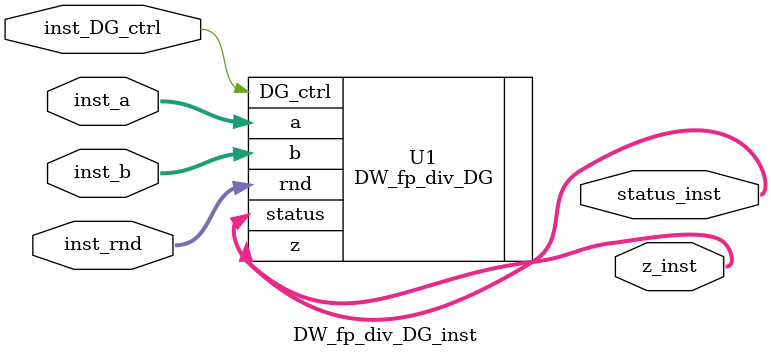
<source format=v>
module DW_fp_div_DG_inst( inst_a, inst_b, inst_rnd, inst_DG_ctrl, z_inst, 
		status_inst );

parameter sig_width = 23;
parameter exp_width = 8;
parameter ieee_compliance = 0;
parameter faithful_round = 0;


input [sig_width+exp_width : 0] inst_a;
input [sig_width+exp_width : 0] inst_b;
input [2 : 0] inst_rnd;
input inst_DG_ctrl;
output [sig_width+exp_width : 0] z_inst;
output [7 : 0] status_inst;

    // Instance of DW_fp_div_DG
    DW_fp_div_DG #(sig_width, exp_width, ieee_compliance, faithful_round)
	  U1 ( .a(inst_a), .b(inst_b), .rnd(inst_rnd), .DG_ctrl(inst_DG_ctrl), .z(z_inst), .status(status_inst) );

endmodule

</source>
